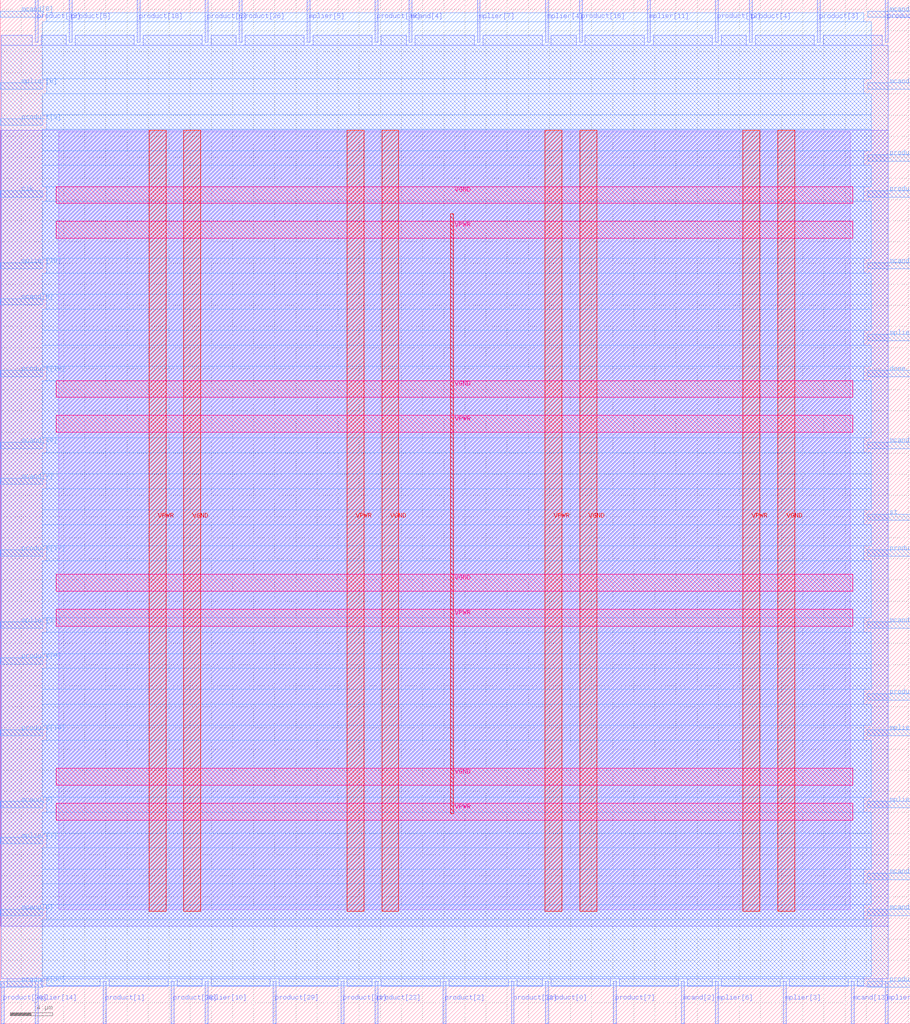
<source format=lef>
VERSION 5.7 ;
  NOWIREEXTENSIONATPIN ON ;
  DIVIDERCHAR "/" ;
  BUSBITCHARS "[]" ;
MACRO mult_sec_16
  CLASS BLOCK ;
  FOREIGN mult_sec_16 ;
  ORIGIN 0.000 0.000 ;
  SIZE 86.175 BY 96.895 ;
  PIN VGND
    DIRECTION INOUT ;
    USE GROUND ;
    PORT
      LAYER met4 ;
        RECT 17.390 10.640 18.990 84.560 ;
    END
    PORT
      LAYER met4 ;
        RECT 36.135 10.640 37.735 84.560 ;
    END
    PORT
      LAYER met4 ;
        RECT 54.880 10.640 56.480 84.560 ;
    END
    PORT
      LAYER met4 ;
        RECT 73.625 10.640 75.225 84.560 ;
    END
    PORT
      LAYER met5 ;
        RECT 5.280 22.560 80.740 24.160 ;
    END
    PORT
      LAYER met5 ;
        RECT 5.280 40.920 80.740 42.520 ;
    END
    PORT
      LAYER met5 ;
        RECT 5.280 59.280 80.740 60.880 ;
    END
    PORT
      LAYER met5 ;
        RECT 5.280 77.640 80.740 79.240 ;
    END
  END VGND
  PIN VPWR
    DIRECTION INOUT ;
    USE POWER ;
    PORT
      LAYER met4 ;
        RECT 14.090 10.640 15.690 84.560 ;
    END
    PORT
      LAYER met4 ;
        RECT 32.835 10.640 34.435 84.560 ;
    END
    PORT
      LAYER met4 ;
        RECT 51.580 10.640 53.180 84.560 ;
    END
    PORT
      LAYER met4 ;
        RECT 70.325 10.640 71.925 84.560 ;
    END
    PORT
      LAYER met5 ;
        RECT 5.280 19.260 80.740 20.860 ;
    END
    PORT
      LAYER met5 ;
        RECT 5.280 37.620 80.740 39.220 ;
    END
    PORT
      LAYER met5 ;
        RECT 5.280 55.980 80.740 57.580 ;
    END
    PORT
      LAYER met5 ;
        RECT 5.280 74.340 80.740 75.940 ;
    END
  END VPWR
  PIN clk
    DIRECTION INPUT ;
    USE SIGNAL ;
    ANTENNAGATEAREA 0.852000 ;
    PORT
      LAYER met3 ;
        RECT 0.000 78.240 4.000 78.840 ;
    END
  END clk
  PIN done
    DIRECTION OUTPUT TRISTATE ;
    USE SIGNAL ;
    ANTENNADIFFAREA 0.795200 ;
    PORT
      LAYER met3 ;
        RECT 82.175 61.240 86.175 61.840 ;
    END
  END done
  PIN mcand[0]
    DIRECTION INPUT ;
    USE SIGNAL ;
    ANTENNAGATEAREA 0.196500 ;
    PORT
      LAYER met3 ;
        RECT 82.175 54.440 86.175 55.040 ;
    END
  END mcand[0]
  PIN mcand[10]
    DIRECTION INPUT ;
    USE SIGNAL ;
    ANTENNAGATEAREA 0.196500 ;
    PORT
      LAYER met3 ;
        RECT 82.175 88.440 86.175 89.040 ;
    END
  END mcand[10]
  PIN mcand[11]
    DIRECTION INPUT ;
    USE SIGNAL ;
    ANTENNAGATEAREA 0.126000 ;
    PORT
      LAYER met3 ;
        RECT 82.175 10.240 86.175 10.840 ;
    END
  END mcand[11]
  PIN mcand[12]
    DIRECTION INPUT ;
    USE SIGNAL ;
    ANTENNAGATEAREA 0.196500 ;
    PORT
      LAYER met3 ;
        RECT 82.175 95.240 86.175 95.840 ;
    END
  END mcand[12]
  PIN mcand[13]
    DIRECTION INPUT ;
    USE SIGNAL ;
    ANTENNAGATEAREA 0.196500 ;
    PORT
      LAYER met2 ;
        RECT 80.590 0.000 80.870 4.000 ;
    END
  END mcand[13]
  PIN mcand[14]
    DIRECTION INPUT ;
    USE SIGNAL ;
    ANTENNAGATEAREA 0.196500 ;
    PORT
      LAYER met3 ;
        RECT 0.000 54.440 4.000 55.040 ;
    END
  END mcand[14]
  PIN mcand[15]
    DIRECTION INPUT ;
    USE SIGNAL ;
    ANTENNAGATEAREA 0.196500 ;
    PORT
      LAYER met3 ;
        RECT 82.175 71.440 86.175 72.040 ;
    END
  END mcand[15]
  PIN mcand[1]
    DIRECTION INPUT ;
    USE SIGNAL ;
    ANTENNAGATEAREA 0.196500 ;
    PORT
      LAYER met3 ;
        RECT 82.175 13.640 86.175 14.240 ;
    END
  END mcand[1]
  PIN mcand[2]
    DIRECTION INPUT ;
    USE SIGNAL ;
    ANTENNAGATEAREA 0.196500 ;
    PORT
      LAYER met2 ;
        RECT 64.490 0.000 64.770 4.000 ;
    END
  END mcand[2]
  PIN mcand[3]
    DIRECTION INPUT ;
    USE SIGNAL ;
    ANTENNAGATEAREA 0.196500 ;
    PORT
      LAYER met3 ;
        RECT 0.000 20.440 4.000 21.040 ;
    END
  END mcand[3]
  PIN mcand[4]
    DIRECTION INPUT ;
    USE SIGNAL ;
    ANTENNAGATEAREA 0.196500 ;
    PORT
      LAYER met2 ;
        RECT 38.730 92.895 39.010 96.895 ;
    END
  END mcand[4]
  PIN mcand[5]
    DIRECTION INPUT ;
    USE SIGNAL ;
    ANTENNAGATEAREA 0.196500 ;
    PORT
      LAYER met3 ;
        RECT 0.000 68.040 4.000 68.640 ;
    END
  END mcand[5]
  PIN mcand[6]
    DIRECTION INPUT ;
    USE SIGNAL ;
    ANTENNAGATEAREA 0.126000 ;
    PORT
      LAYER met3 ;
        RECT 0.000 10.240 4.000 10.840 ;
    END
  END mcand[6]
  PIN mcand[7]
    DIRECTION INPUT ;
    USE SIGNAL ;
    ANTENNAGATEAREA 0.196500 ;
    PORT
      LAYER met3 ;
        RECT 0.000 51.040 4.000 51.640 ;
    END
  END mcand[7]
  PIN mcand[8]
    DIRECTION INPUT ;
    USE SIGNAL ;
    ANTENNAGATEAREA 0.213000 ;
    PORT
      LAYER met3 ;
        RECT 0.000 95.240 4.000 95.840 ;
    END
  END mcand[8]
  PIN mcand[9]
    DIRECTION INPUT ;
    USE SIGNAL ;
    ANTENNAGATEAREA 0.213000 ;
    PORT
      LAYER met3 ;
        RECT 82.175 37.440 86.175 38.040 ;
    END
  END mcand[9]
  PIN mplier[0]
    DIRECTION INPUT ;
    USE SIGNAL ;
    ANTENNAGATEAREA 0.196500 ;
    PORT
      LAYER met3 ;
        RECT 82.175 64.640 86.175 65.240 ;
    END
  END mplier[0]
  PIN mplier[10]
    DIRECTION INPUT ;
    USE SIGNAL ;
    ANTENNAGATEAREA 0.196500 ;
    PORT
      LAYER met2 ;
        RECT 19.410 0.000 19.690 4.000 ;
    END
  END mplier[10]
  PIN mplier[11]
    DIRECTION INPUT ;
    USE SIGNAL ;
    ANTENNAGATEAREA 0.196500 ;
    PORT
      LAYER met2 ;
        RECT 61.270 92.895 61.550 96.895 ;
    END
  END mplier[11]
  PIN mplier[12]
    DIRECTION INPUT ;
    USE SIGNAL ;
    ANTENNAGATEAREA 0.196500 ;
    PORT
      LAYER met3 ;
        RECT 82.175 27.240 86.175 27.840 ;
    END
  END mplier[12]
  PIN mplier[13]
    DIRECTION INPUT ;
    USE SIGNAL ;
    ANTENNAGATEAREA 0.196500 ;
    PORT
      LAYER met3 ;
        RECT 0.000 37.440 4.000 38.040 ;
    END
  END mplier[13]
  PIN mplier[14]
    DIRECTION INPUT ;
    USE SIGNAL ;
    ANTENNAGATEAREA 0.196500 ;
    PORT
      LAYER met2 ;
        RECT 3.310 0.000 3.590 4.000 ;
    END
  END mplier[14]
  PIN mplier[15]
    DIRECTION INPUT ;
    USE SIGNAL ;
    ANTENNAGATEAREA 0.196500 ;
    PORT
      LAYER met3 ;
        RECT 0.000 71.440 4.000 72.040 ;
    END
  END mplier[15]
  PIN mplier[1]
    DIRECTION INPUT ;
    USE SIGNAL ;
    ANTENNAGATEAREA 0.196500 ;
    PORT
      LAYER met3 ;
        RECT 0.000 17.040 4.000 17.640 ;
    END
  END mplier[1]
  PIN mplier[2]
    DIRECTION INPUT ;
    USE SIGNAL ;
    ANTENNAGATEAREA 0.196500 ;
    PORT
      LAYER met2 ;
        RECT 83.810 0.000 84.090 4.000 ;
    END
  END mplier[2]
  PIN mplier[3]
    DIRECTION INPUT ;
    USE SIGNAL ;
    ANTENNAGATEAREA 0.196500 ;
    PORT
      LAYER met2 ;
        RECT 74.150 0.000 74.430 4.000 ;
    END
  END mplier[3]
  PIN mplier[4]
    DIRECTION INPUT ;
    USE SIGNAL ;
    ANTENNAGATEAREA 0.196500 ;
    PORT
      LAYER met2 ;
        RECT 51.610 92.895 51.890 96.895 ;
    END
  END mplier[4]
  PIN mplier[5]
    DIRECTION INPUT ;
    USE SIGNAL ;
    ANTENNAGATEAREA 0.196500 ;
    PORT
      LAYER met2 ;
        RECT 29.070 92.895 29.350 96.895 ;
    END
  END mplier[5]
  PIN mplier[6]
    DIRECTION INPUT ;
    USE SIGNAL ;
    ANTENNAGATEAREA 0.196500 ;
    PORT
      LAYER met2 ;
        RECT 67.710 0.000 67.990 4.000 ;
    END
  END mplier[6]
  PIN mplier[7]
    DIRECTION INPUT ;
    USE SIGNAL ;
    ANTENNAGATEAREA 0.196500 ;
    PORT
      LAYER met2 ;
        RECT 45.170 92.895 45.450 96.895 ;
    END
  END mplier[7]
  PIN mplier[8]
    DIRECTION INPUT ;
    USE SIGNAL ;
    ANTENNAGATEAREA 0.196500 ;
    PORT
      LAYER met3 ;
        RECT 0.000 88.440 4.000 89.040 ;
    END
  END mplier[8]
  PIN mplier[9]
    DIRECTION INPUT ;
    USE SIGNAL ;
    ANTENNAGATEAREA 0.196500 ;
    PORT
      LAYER met3 ;
        RECT 82.175 20.440 86.175 21.040 ;
    END
  END mplier[9]
  PIN product[0]
    DIRECTION OUTPUT TRISTATE ;
    USE SIGNAL ;
    ANTENNADIFFAREA 0.795200 ;
    PORT
      LAYER met2 ;
        RECT 51.610 0.000 51.890 4.000 ;
    END
  END product[0]
  PIN product[10]
    DIRECTION OUTPUT TRISTATE ;
    USE SIGNAL ;
    ANTENNADIFFAREA 0.795200 ;
    PORT
      LAYER met3 ;
        RECT 82.175 30.640 86.175 31.240 ;
    END
  END product[10]
  PIN product[11]
    DIRECTION OUTPUT TRISTATE ;
    USE SIGNAL ;
    ANTENNADIFFAREA 0.795200 ;
    PORT
      LAYER met2 ;
        RECT 32.290 0.000 32.570 4.000 ;
    END
  END product[11]
  PIN product[12]
    DIRECTION OUTPUT TRISTATE ;
    USE SIGNAL ;
    ANTENNADIFFAREA 0.795200 ;
    PORT
      LAYER met2 ;
        RECT 67.710 92.895 67.990 96.895 ;
    END
  END product[12]
  PIN product[13]
    DIRECTION OUTPUT TRISTATE ;
    USE SIGNAL ;
    ANTENNADIFFAREA 0.795200 ;
    PORT
      LAYER met2 ;
        RECT 3.310 92.895 3.590 96.895 ;
    END
  END product[13]
  PIN product[14]
    DIRECTION OUTPUT TRISTATE ;
    USE SIGNAL ;
    ANTENNADIFFAREA 0.795200 ;
    PORT
      LAYER met3 ;
        RECT 0.000 27.240 4.000 27.840 ;
    END
  END product[14]
  PIN product[15]
    DIRECTION OUTPUT TRISTATE ;
    USE SIGNAL ;
    ANTENNADIFFAREA 0.795200 ;
    PORT
      LAYER met3 ;
        RECT 0.000 61.240 4.000 61.840 ;
    END
  END product[15]
  PIN product[16]
    DIRECTION OUTPUT TRISTATE ;
    USE SIGNAL ;
    ANTENNADIFFAREA 0.795200 ;
    PORT
      LAYER met2 ;
        RECT 54.830 92.895 55.110 96.895 ;
    END
  END product[16]
  PIN product[17]
    DIRECTION OUTPUT TRISTATE ;
    USE SIGNAL ;
    ANTENNADIFFAREA 0.795200 ;
    PORT
      LAYER met3 ;
        RECT 0.000 44.240 4.000 44.840 ;
    END
  END product[17]
  PIN product[18]
    DIRECTION OUTPUT TRISTATE ;
    USE SIGNAL ;
    ANTENNADIFFAREA 0.795200 ;
    PORT
      LAYER met2 ;
        RECT 12.970 92.895 13.250 96.895 ;
    END
  END product[18]
  PIN product[19]
    DIRECTION OUTPUT TRISTATE ;
    USE SIGNAL ;
    ANTENNADIFFAREA 0.795200 ;
    PORT
      LAYER met2 ;
        RECT 35.510 92.895 35.790 96.895 ;
    END
  END product[19]
  PIN product[1]
    DIRECTION OUTPUT TRISTATE ;
    USE SIGNAL ;
    ANTENNADIFFAREA 0.795200 ;
    PORT
      LAYER met2 ;
        RECT 9.750 0.000 10.030 4.000 ;
    END
  END product[1]
  PIN product[20]
    DIRECTION OUTPUT TRISTATE ;
    USE SIGNAL ;
    ANTENNADIFFAREA 0.795200 ;
    PORT
      LAYER met2 ;
        RECT 0.090 0.000 0.370 4.000 ;
    END
  END product[20]
  PIN product[21]
    DIRECTION OUTPUT TRISTATE ;
    USE SIGNAL ;
    ANTENNADIFFAREA 0.445500 ;
    PORT
      LAYER met3 ;
        RECT 82.175 81.640 86.175 82.240 ;
    END
  END product[21]
  PIN product[22]
    DIRECTION OUTPUT TRISTATE ;
    USE SIGNAL ;
    ANTENNADIFFAREA 0.795200 ;
    PORT
      LAYER met2 ;
        RECT 83.810 92.895 84.090 96.895 ;
    END
  END product[22]
  PIN product[23]
    DIRECTION OUTPUT TRISTATE ;
    USE SIGNAL ;
    ANTENNADIFFAREA 0.795200 ;
    PORT
      LAYER met2 ;
        RECT 35.510 0.000 35.790 4.000 ;
    END
  END product[23]
  PIN product[24]
    DIRECTION OUTPUT TRISTATE ;
    USE SIGNAL ;
    ANTENNADIFFAREA 0.795200 ;
    PORT
      LAYER met3 ;
        RECT 82.175 78.240 86.175 78.840 ;
    END
  END product[24]
  PIN product[25]
    DIRECTION OUTPUT TRISTATE ;
    USE SIGNAL ;
    ANTENNADIFFAREA 0.795200 ;
    PORT
      LAYER met3 ;
        RECT 82.175 3.440 86.175 4.040 ;
    END
  END product[25]
  PIN product[26]
    DIRECTION OUTPUT TRISTATE ;
    USE SIGNAL ;
    ANTENNADIFFAREA 0.795200 ;
    PORT
      LAYER met2 ;
        RECT 22.630 92.895 22.910 96.895 ;
    END
  END product[26]
  PIN product[27]
    DIRECTION OUTPUT TRISTATE ;
    USE SIGNAL ;
    ANTENNADIFFAREA 0.445500 ;
    PORT
      LAYER met3 ;
        RECT 82.175 44.240 86.175 44.840 ;
    END
  END product[27]
  PIN product[28]
    DIRECTION OUTPUT TRISTATE ;
    USE SIGNAL ;
    ANTENNADIFFAREA 0.795200 ;
    PORT
      LAYER met2 ;
        RECT 16.190 0.000 16.470 4.000 ;
    END
  END product[28]
  PIN product[29]
    DIRECTION OUTPUT TRISTATE ;
    USE SIGNAL ;
    ANTENNADIFFAREA 0.795200 ;
    PORT
      LAYER met2 ;
        RECT 25.850 0.000 26.130 4.000 ;
    END
  END product[29]
  PIN product[2]
    DIRECTION OUTPUT TRISTATE ;
    USE SIGNAL ;
    ANTENNADIFFAREA 0.795200 ;
    PORT
      LAYER met2 ;
        RECT 41.950 0.000 42.230 4.000 ;
    END
  END product[2]
  PIN product[30]
    DIRECTION OUTPUT TRISTATE ;
    USE SIGNAL ;
    ANTENNADIFFAREA 0.795200 ;
    PORT
      LAYER met3 ;
        RECT 0.000 3.440 4.000 4.040 ;
    END
  END product[30]
  PIN product[31]
    DIRECTION OUTPUT TRISTATE ;
    USE SIGNAL ;
    ANTENNADIFFAREA 0.795200 ;
    PORT
      LAYER met2 ;
        RECT 48.390 0.000 48.670 4.000 ;
    END
  END product[31]
  PIN product[3]
    DIRECTION OUTPUT TRISTATE ;
    USE SIGNAL ;
    ANTENNADIFFAREA 0.795200 ;
    PORT
      LAYER met2 ;
        RECT 77.370 92.895 77.650 96.895 ;
    END
  END product[3]
  PIN product[4]
    DIRECTION OUTPUT TRISTATE ;
    USE SIGNAL ;
    ANTENNADIFFAREA 0.795200 ;
    PORT
      LAYER met2 ;
        RECT 70.930 92.895 71.210 96.895 ;
    END
  END product[4]
  PIN product[5]
    DIRECTION OUTPUT TRISTATE ;
    USE SIGNAL ;
    ANTENNADIFFAREA 0.795200 ;
    PORT
      LAYER met2 ;
        RECT 6.530 92.895 6.810 96.895 ;
    END
  END product[5]
  PIN product[6]
    DIRECTION OUTPUT TRISTATE ;
    USE SIGNAL ;
    ANTENNADIFFAREA 0.795200 ;
    PORT
      LAYER met2 ;
        RECT 19.410 92.895 19.690 96.895 ;
    END
  END product[6]
  PIN product[7]
    DIRECTION OUTPUT TRISTATE ;
    USE SIGNAL ;
    ANTENNADIFFAREA 0.795200 ;
    PORT
      LAYER met2 ;
        RECT 58.050 0.000 58.330 4.000 ;
    END
  END product[7]
  PIN product[8]
    DIRECTION OUTPUT TRISTATE ;
    USE SIGNAL ;
    ANTENNADIFFAREA 0.795200 ;
    PORT
      LAYER met3 ;
        RECT 0.000 34.040 4.000 34.640 ;
    END
  END product[8]
  PIN product[9]
    DIRECTION OUTPUT TRISTATE ;
    USE SIGNAL ;
    ANTENNADIFFAREA 0.795200 ;
    PORT
      LAYER met3 ;
        RECT 0.000 85.040 4.000 85.640 ;
    END
  END product[9]
  PIN st
    DIRECTION INPUT ;
    USE SIGNAL ;
    ANTENNAGATEAREA 0.159000 ;
    PORT
      LAYER met3 ;
        RECT 82.175 47.640 86.175 48.240 ;
    END
  END st
  OBS
      LAYER li1 ;
        RECT 5.520 10.795 80.500 84.405 ;
      LAYER met1 ;
        RECT 0.070 9.220 84.110 84.560 ;
      LAYER met2 ;
        RECT 0.100 92.615 3.030 93.570 ;
        RECT 3.870 92.615 6.250 93.570 ;
        RECT 7.090 92.615 12.690 93.570 ;
        RECT 13.530 92.615 19.130 93.570 ;
        RECT 19.970 92.615 22.350 93.570 ;
        RECT 23.190 92.615 28.790 93.570 ;
        RECT 29.630 92.615 35.230 93.570 ;
        RECT 36.070 92.615 38.450 93.570 ;
        RECT 39.290 92.615 44.890 93.570 ;
        RECT 45.730 92.615 51.330 93.570 ;
        RECT 52.170 92.615 54.550 93.570 ;
        RECT 55.390 92.615 60.990 93.570 ;
        RECT 61.830 92.615 67.430 93.570 ;
        RECT 68.270 92.615 70.650 93.570 ;
        RECT 71.490 92.615 77.090 93.570 ;
        RECT 77.930 92.615 83.530 93.570 ;
        RECT 0.100 4.280 84.080 92.615 ;
        RECT 0.650 3.555 3.030 4.280 ;
        RECT 3.870 3.555 9.470 4.280 ;
        RECT 10.310 3.555 15.910 4.280 ;
        RECT 16.750 3.555 19.130 4.280 ;
        RECT 19.970 3.555 25.570 4.280 ;
        RECT 26.410 3.555 32.010 4.280 ;
        RECT 32.850 3.555 35.230 4.280 ;
        RECT 36.070 3.555 41.670 4.280 ;
        RECT 42.510 3.555 48.110 4.280 ;
        RECT 48.950 3.555 51.330 4.280 ;
        RECT 52.170 3.555 57.770 4.280 ;
        RECT 58.610 3.555 64.210 4.280 ;
        RECT 65.050 3.555 67.430 4.280 ;
        RECT 68.270 3.555 73.870 4.280 ;
        RECT 74.710 3.555 80.310 4.280 ;
        RECT 81.150 3.555 83.530 4.280 ;
      LAYER met3 ;
        RECT 4.400 94.840 81.775 95.690 ;
        RECT 3.990 89.440 82.490 94.840 ;
        RECT 4.400 88.040 81.775 89.440 ;
        RECT 3.990 86.040 82.490 88.040 ;
        RECT 4.400 84.640 82.490 86.040 ;
        RECT 3.990 82.640 82.490 84.640 ;
        RECT 3.990 81.240 81.775 82.640 ;
        RECT 3.990 79.240 82.490 81.240 ;
        RECT 4.400 77.840 81.775 79.240 ;
        RECT 3.990 72.440 82.490 77.840 ;
        RECT 4.400 71.040 81.775 72.440 ;
        RECT 3.990 69.040 82.490 71.040 ;
        RECT 4.400 67.640 82.490 69.040 ;
        RECT 3.990 65.640 82.490 67.640 ;
        RECT 3.990 64.240 81.775 65.640 ;
        RECT 3.990 62.240 82.490 64.240 ;
        RECT 4.400 60.840 81.775 62.240 ;
        RECT 3.990 55.440 82.490 60.840 ;
        RECT 4.400 54.040 81.775 55.440 ;
        RECT 3.990 52.040 82.490 54.040 ;
        RECT 4.400 50.640 82.490 52.040 ;
        RECT 3.990 48.640 82.490 50.640 ;
        RECT 3.990 47.240 81.775 48.640 ;
        RECT 3.990 45.240 82.490 47.240 ;
        RECT 4.400 43.840 81.775 45.240 ;
        RECT 3.990 38.440 82.490 43.840 ;
        RECT 4.400 37.040 81.775 38.440 ;
        RECT 3.990 35.040 82.490 37.040 ;
        RECT 4.400 33.640 82.490 35.040 ;
        RECT 3.990 31.640 82.490 33.640 ;
        RECT 3.990 30.240 81.775 31.640 ;
        RECT 3.990 28.240 82.490 30.240 ;
        RECT 4.400 26.840 81.775 28.240 ;
        RECT 3.990 21.440 82.490 26.840 ;
        RECT 4.400 20.040 81.775 21.440 ;
        RECT 3.990 18.040 82.490 20.040 ;
        RECT 4.400 16.640 82.490 18.040 ;
        RECT 3.990 14.640 82.490 16.640 ;
        RECT 3.990 13.240 81.775 14.640 ;
        RECT 3.990 11.240 82.490 13.240 ;
        RECT 4.400 9.840 81.775 11.240 ;
        RECT 3.990 4.440 82.490 9.840 ;
        RECT 4.400 3.575 81.775 4.440 ;
      LAYER met4 ;
        RECT 42.615 19.895 42.945 76.665 ;
  END
END mult_sec_16
END LIBRARY


</source>
